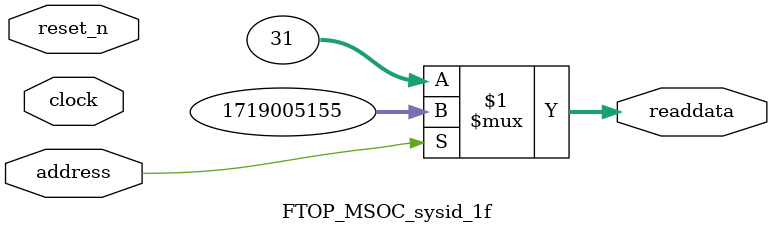
<source format=v>



// synthesis translate_off
`timescale 1ns / 1ps
// synthesis translate_on

// turn off superfluous verilog processor warnings 
// altera message_level Level1 
// altera message_off 10034 10035 10036 10037 10230 10240 10030 

module FTOP_MSOC_sysid_1f (
               // inputs:
                address,
                clock,
                reset_n,

               // outputs:
                readdata
             )
;

  output  [ 31: 0] readdata;
  input            address;
  input            clock;
  input            reset_n;

  wire    [ 31: 0] readdata;
  //control_slave, which is an e_avalon_slave
  assign readdata = address ? 1719005155 : 31;

endmodule



</source>
